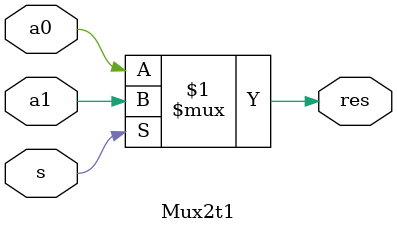
<source format=v>
module Mux2t1 #(
	parameter		MUX_DATA_BIT_WIDTH		=	1		// data bit width
) (
	input		[MUX_DATA_BIT_WIDTH - 1:0]		a0	,
	input		[MUX_DATA_BIT_WIDTH - 1:0]		a1	,
	input										s	,
	output		[MUX_DATA_BIT_WIDTH - 1:0]		res	
);

	assign res = s ? a1 : a0;

endmodule

</source>
